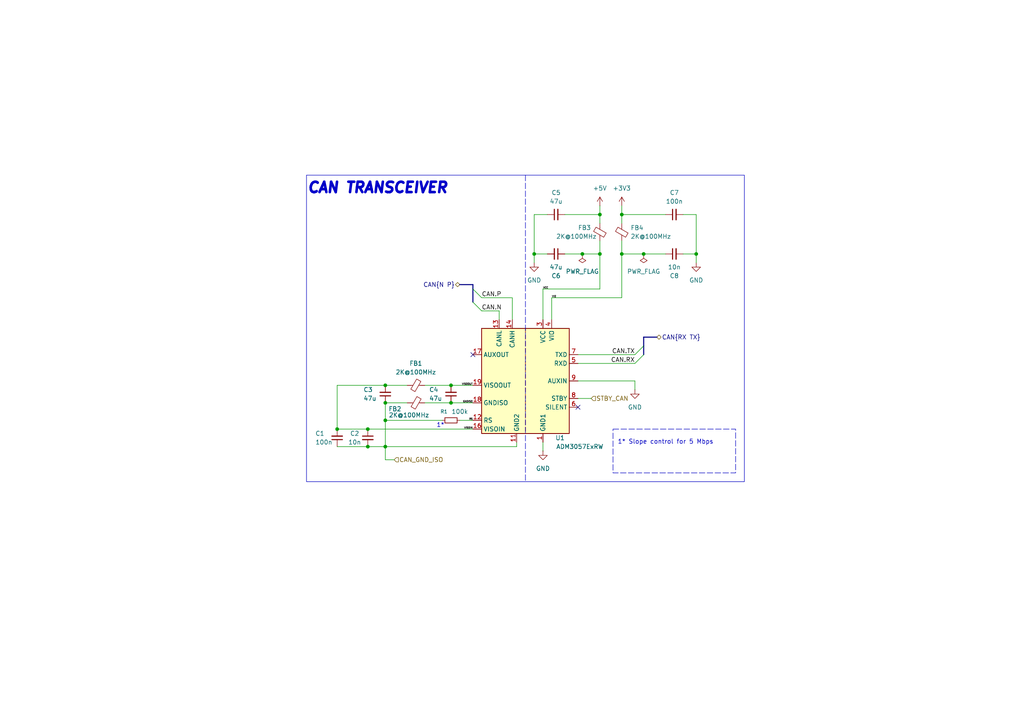
<source format=kicad_sch>
(kicad_sch (version 20250114) (generator "eeschema") (generator_version "9.0")
  (paper "A4")
  (title_block (title "PLC on STM - CAN & UART Shield") (date "2025-12-27") (company "Author: Grzegorz Potocki"))
  (lib_symbols
    (symbol "+5V_1" (power) (pin_numbers (hide yes)) (pin_names (offset 0) (hide yes))
      (property "Value" "+5V" (at 0 3.556 0))
      (symbol "+5V_1_0_1"
        (polyline (pts (xy -0.762 1.27) (xy 0 2.54)))
        (polyline (pts (xy 0 2.54) (xy 0.762 1.27)))
        (polyline (pts (xy 0 0) (xy 0 2.54)))
      )
      (symbol "+5V_1_1_1"
        (pin power_in line (at 0 0 90) (length 0) (name "~") (number "1"))
      )
    )
    (symbol "Device:C_Small" (pin_numbers (hide yes)) (pin_names (offset 0.254) (hide yes))
      (property "Reference" "C" (at 0.254 1.778 0))
      (property "Value" "C_Small" (at 0.254 -2.032 0))
      (symbol "C_Small_0_1"
        (polyline (pts (xy -1.524 0.508) (xy 1.524 0.508)) (stroke (width 0.3048)))
        (polyline (pts (xy -1.524 -0.508) (xy 1.524 -0.508)) (stroke (width 0.3302)))
      )
      (symbol "C_Small_1_1"
        (pin passive line (at 0 2.54 270) (length 2.032) (name "~") (number "1"))
        (pin passive line (at 0 -2.54 90) (length 2.032) (name "~") (number "2"))
      )
    )
    (symbol "Device:FerriteBead_Small" (pin_numbers (hide yes)) (pin_names (offset 0))
      (property "Reference" "FB" (at 1.905 1.27 0))
      (property "Value" "FerriteBead_Small" (at 1.905 -1.27 0))
      (symbol "FerriteBead_Small_0_1"
        (polyline (pts (xy -1.8288 0.2794) (xy -1.1176 1.4986) (xy 1.8288 -0.2032) (xy 1.1176 -1.4224) (xy -1.8288 0.2794)))
        (polyline (pts (xy 0 0.889) (xy 0 1.2954)))
        (polyline (pts (xy 0 -1.27) (xy 0 -0.7874)))
      )
      (symbol "FerriteBead_Small_1_1"
        (pin passive line (at 0 2.54 270) (length 1.27) (name "~") (number "1"))
        (pin passive line (at 0 -2.54 90) (length 1.27) (name "~") (number "2"))
      )
    )
    (symbol "GND_1" (power) (pin_numbers (hide yes)) (pin_names (offset 0) (hide yes))
      (property "Value" "GND" (at 0 -3.81 0))
      (symbol "GND_1_0_1"
        (polyline (pts (xy 0 0) (xy 0 -1.27) (xy 1.27 -1.27) (xy 0 -2.54) (xy -1.27 -1.27) (xy 0 -1.27)))
      )
      (symbol "GND_1_1_1"
        (pin power_in line (at 0 0 270) (length 0) (name "~") (number "1"))
      )
    )
    (symbol "Interface_CAN_LIN:ADM3057ExRW"
      (property "Reference" "U7" (at 4.6833 -17.78 0))
      (property "Value" "ADM3057ExRW" (at 4.6833 -20.32 0))
      (symbol "ADM3057ExRW_0_1"
        (rectangle (start -12.7 15.24) (end 12.7 -15.24) (stroke (width 0.254)) (fill (type background)))
        (polyline (pts (xy 0 15.24) (xy 0 13.97)))
        (polyline (pts (xy 0 13.335) (xy 0 12.065)))
        (polyline (pts (xy 0 11.43) (xy 0 10.16)))
        (polyline (pts (xy 0 9.525) (xy 0 8.255)))
        (polyline (pts (xy 0 7.62) (xy 0 6.35)))
        (polyline (pts (xy 0 5.715) (xy 0 4.445)))
        (polyline (pts (xy 0 3.81) (xy 0 2.54)))
        (polyline (pts (xy 0 1.905) (xy 0 0.635)))
        (polyline (pts (xy 0 0) (xy 0 -1.27)))
        (polyline (pts (xy 0 -1.905) (xy 0 -3.175)))
        (polyline (pts (xy 0 -3.81) (xy 0 -5.08)))
        (polyline (pts (xy 0 -5.715) (xy 0 -6.985)))
        (polyline (pts (xy 0 -7.62) (xy 0 -8.89)))
        (polyline (pts (xy 0 -9.525) (xy 0 -10.795)))
        (polyline (pts (xy 0 -11.43) (xy 0 -12.7)))
        (polyline (pts (xy 0 -13.335) (xy 0 -14.605)))
      )
      (symbol "ADM3057ExRW_1_1"
        (pin input line (at -15.24 7.62 0) (length 2.54) (name "TXD") (number "7"))
        (pin output line (at -15.24 5.08 0) (length 2.54) (name "RXD") (number "5"))
        (pin input line (at -15.24 0 0) (length 2.54) (name "AUXIN") (number "9"))
        (pin input line (at -15.24 -5.08 0) (length 2.54) (name "STBY") (number "8"))
        (pin input line (at -15.24 -7.62 0) (length 2.54) (name "SILENT") (number "6"))
        (pin power_in line (at -7.62 17.78 270) (length 2.54) (name "VIO") (number "4"))
        (pin power_in line (at -5.08 17.78 270) (length 2.54) (name "VCC") (number "3"))
        (pin power_in line (at -5.08 -17.78 90) (length 2.54) (name "GND1") (number "1"))
        (pin passive line (at -5.08 -17.78 90) (length 2.54) (hide yes) (name "GND1") (number "10"))
        (pin passive line (at -5.08 -17.78 90) (length 2.54) (hide yes) (name "GND1") (number "2"))
        (pin passive line (at 2.54 -17.78 90) (length 2.54) (name "GND2") (number "11"))
        (pin passive line (at 2.54 -17.78 90) (length 2.54) (hide yes) (name "GND2") (number "15"))
        (pin bidirectional line (at 3.81 17.78 270) (length 2.54) (name "CANH") (number "14"))
        (pin bidirectional line (at 7.62 17.78 270) (length 2.54) (name "CANL") (number "13"))
        (pin output line (at 15.24 7.62 180) (length 2.54) (name "AUXOUT") (number "17"))
        (pin passive line (at 15.24 -1.27 180) (length 2.54) (name "VISOOUT") (number "19"))
        (pin passive line (at 15.24 -6.35 180) (length 2.54) (name "GNDISO") (number "18"))
        (pin passive line (at 15.24 -6.35 180) (length 2.54) (hide yes) (name "GNDISO") (number "20"))
        (pin input line (at 15.24 -11.43 180) (length 2.54) (name "RS") (number "12"))
        (pin passive line (at 15.24 -13.97 180) (length 2.54) (name "VISOIN") (number "16"))
      )
    )
    (symbol "PWR_FLAG_1" (power) (pin_numbers (hide yes)) (pin_names (offset 0) (hide yes))
      (property "Value" "PWR_FLAG" (at 0 3.81 0))
      (symbol "PWR_FLAG_1_0_0"
        (pin power_out line (at 0 0 90) (length 0) (name "~") (number "1"))
      )
      (symbol "PWR_FLAG_1_0_1"
        (polyline (pts (xy 0 0) (xy 0 1.27) (xy -1.016 1.905) (xy 0 2.54) (xy 1.016 1.905) (xy 0 1.27)))
      )
    )
    (symbol "R_Small_1" (pin_numbers (hide yes)) (pin_names (offset 0.254) (hide yes))
      (property "Reference" "R" (at 0 0 90))
      (property "Value" "R_Small" (at 1.778 0 90))
      (symbol "R_Small_1_0_1"
        (rectangle (start -0.762 1.778) (end 0.762 -1.778) (stroke (width 0.2032)))
      )
      (symbol "R_Small_1_1_1"
        (pin passive line (at 0 2.54 270) (length 0.762) (name "~") (number "1"))
        (pin passive line (at 0 -2.54 90) (length 0.762) (name "~") (number "2"))
      )
    )
    (symbol "power:+3V3" (power) (pin_numbers (hide yes)) (pin_names (offset 0) (hide yes))
      (property "Value" "+3V3" (at 0 3.556 0))
      (symbol "+3V3_0_1"
        (polyline (pts (xy -0.762 1.27) (xy 0 2.54)))
        (polyline (pts (xy 0 2.54) (xy 0.762 1.27)))
        (polyline (pts (xy 0 0) (xy 0 2.54)))
      )
      (symbol "+3V3_1_1"
        (pin power_in line (at 0 0 90) (length 0) (name "~") (number "1"))
      )
    )
  )
  (rectangle (start 88.9 50.8) (end 215.9 139.7))
  (rectangle (start 177.8 124.46) (end 213.36 137.16) (stroke (width 0) (type dash)))
  (text "CAN TRANSCEIVER" (at 88.9 54.61 0) (effects (font (size 3 3) (thickness 2) (bold yes) (italic yes)) (justify left)))
  (text "1* Slope control for 5 Mbps" (at 193.04 128.27 0) (effects (font (size 1.27 1.27))))
  (text "1*" (at 127.762 123.444 0) (effects (font (size 1.27 1.27))))
  (junction (at 97.79 124.46))
  (junction (at 111.76 111.76))
  (junction (at 180.34 62.23))
  (junction (at 168.91 73.66))
  (junction (at 106.68 124.46))
  (junction (at 201.93 73.66))
  (junction (at 130.81 116.84))
  (junction (at 186.69 73.66))
  (junction (at 173.99 73.66))
  (junction (at 111.76 116.84))
  (junction (at 111.76 121.92))
  (junction (at 130.81 111.76))
  (junction (at 106.68 129.54))
  (junction (at 154.94 73.66))
  (junction (at 173.99 62.23))
  (junction (at 111.76 129.54))
  (junction (at 180.34 73.66))
  (no_connect (at 167.64 118.11))
  (no_connect (at 137.16 102.87))
  (bus_entry (at 186.69 102.87) (size -2.54 2.54))
  (bus_entry (at 139.7 86.36) (size -2.54 -2.54))
  (bus_entry (at 186.69 100.33) (size -2.54 2.54))
  (bus_entry (at 139.7 90.17) (size -2.54 -2.54))
  (wire (pts (xy 184.15 113.03) (xy 184.15 110.49)))
  (wire (pts (xy 157.48 83.82) (xy 173.99 83.82)))
  (wire (pts (xy 149.86 129.54) (xy 149.86 128.27)))
  (wire (pts (xy 123.19 116.84) (xy 130.81 116.84)))
  (wire (pts (xy 97.79 111.76) (xy 111.76 111.76)))
  (wire (pts (xy 139.7 90.17) (xy 144.78 90.17)))
  (wire (pts (xy 173.99 69.85) (xy 173.99 73.66)))
  (wire (pts (xy 180.34 62.23) (xy 193.04 62.23)))
  (wire (pts (xy 111.76 121.92) (xy 111.76 129.54)))
  (wire (pts (xy 163.83 73.66) (xy 168.91 73.66)))
  (wire (pts (xy 148.59 86.36) (xy 148.59 92.71)))
  (wire (pts (xy 144.78 92.71) (xy 144.78 90.17)))
  (wire (pts (xy 167.64 115.57) (xy 171.45 115.57)))
  (wire (pts (xy 173.99 83.82) (xy 173.99 73.66)))
  (wire (pts (xy 180.34 62.23) (xy 180.34 64.77)))
  (wire (pts (xy 180.34 59.69) (xy 180.34 62.23)))
  (wire (pts (xy 123.19 111.76) (xy 130.81 111.76)))
  (wire (pts (xy 139.7 86.36) (xy 148.59 86.36)))
  (wire (pts (xy 111.76 116.84) (xy 111.76 121.92)))
  (bus (pts (xy 137.16 83.82) (xy 137.16 82.55)))
  (wire (pts (xy 111.76 116.84) (xy 118.11 116.84)))
  (wire (pts (xy 97.79 129.54) (xy 106.68 129.54)))
  (bus (pts (xy 186.69 100.33) (xy 186.69 97.79)))
  (wire (pts (xy 198.12 62.23) (xy 201.93 62.23)))
  (wire (pts (xy 163.83 62.23) (xy 173.99 62.23)))
  (wire (pts (xy 157.48 128.27) (xy 157.48 130.81)))
  (wire (pts (xy 111.76 133.35) (xy 114.3 133.35)))
  (wire (pts (xy 111.76 111.76) (xy 118.11 111.76)))
  (wire (pts (xy 111.76 129.54) (xy 149.86 129.54)))
  (bus (pts (xy 186.69 102.87) (xy 186.69 100.33)))
  (wire (pts (xy 97.79 124.46) (xy 97.79 111.76)))
  (wire (pts (xy 186.69 73.66) (xy 193.04 73.66)))
  (wire (pts (xy 130.81 111.76) (xy 137.16 111.76)))
  (wire (pts (xy 167.64 105.41) (xy 184.15 105.41)))
  (bus (pts (xy 137.16 83.82) (xy 137.16 87.63)))
  (wire (pts (xy 130.81 116.84) (xy 137.16 116.84)))
  (wire (pts (xy 180.34 86.36) (xy 180.34 73.66)))
  (wire (pts (xy 154.94 73.66) (xy 158.75 73.66)))
  (wire (pts (xy 106.68 129.54) (xy 111.76 129.54)))
  (wire (pts (xy 160.02 86.36) (xy 180.34 86.36)))
  (wire (pts (xy 180.34 73.66) (xy 186.69 73.66)))
  (wire (pts (xy 180.34 69.85) (xy 180.34 73.66)))
  (wire (pts (xy 158.75 62.23) (xy 154.94 62.23)))
  (wire (pts (xy 133.35 121.92) (xy 137.16 121.92)))
  (wire (pts (xy 160.02 92.71) (xy 160.02 86.36)))
  (wire (pts (xy 201.93 62.23) (xy 201.93 73.66)))
  (wire (pts (xy 167.64 102.87) (xy 184.15 102.87)))
  (wire (pts (xy 111.76 121.92) (xy 128.27 121.92)))
  (polyline (pts (xy 152.4 50.8) (xy 152.4 139.7)) (stroke (width 0) (type dash)))
  (wire (pts (xy 97.79 124.46) (xy 106.68 124.46)))
  (wire (pts (xy 106.68 124.46) (xy 137.16 124.46)))
  (wire (pts (xy 173.99 59.69) (xy 173.99 62.23)))
  (wire (pts (xy 173.99 64.77) (xy 173.99 62.23)))
  (wire (pts (xy 154.94 62.23) (xy 154.94 73.66)))
  (wire (pts (xy 184.15 110.49) (xy 167.64 110.49)))
  (bus (pts (xy 186.69 97.79) (xy 190.5 97.79)))
  (wire (pts (xy 198.12 73.66) (xy 201.93 73.66)))
  (wire (pts (xy 154.94 73.66) (xy 154.94 76.2)))
  (wire (pts (xy 168.91 73.66) (xy 173.99 73.66)))
  (bus (pts (xy 137.16 82.55) (xy 133.35 82.55)))
  (wire (pts (xy 201.93 73.66) (xy 201.93 76.2)))
  (wire (pts (xy 157.48 92.71) (xy 157.48 83.82)))
  (wire (pts (xy 111.76 129.54) (xy 111.76 133.35)))
  (label "CAN.TX" (at 184.15 102.87 180))
  (label "VISOOUT" (at 137.16 111.76 180) (effects (font (size 0.5 0.5))))
  (label "CAN.RX" (at 184.15 105.41 180))
  (label "VIO" (at 160.02 86.36 0) (effects (font (size 0.5 0.5))))
  (label "RS" (at 137.16 121.92 180) (effects (font (size 0.5 0.5))))
  (label "CAN.N" (at 139.7 90.17 0) (property "Netclass" "CAN" (effects (hide yes))))
  (label "VISOIN" (at 137.16 124.46 180) (effects (font (size 0.5 0.5))))
  (label "GNDISO" (at 137.16 116.84 180) (effects (font (size 0.5 0.5))))
  (label "VCC" (at 157.48 83.82 0) (effects (font (size 0.5 0.5))))
  (label "CAN.P" (at 139.7 86.36 0) (property "Netclass" "CAN" (effects (hide yes))))
  (hierarchical_label "CAN{N P}" (shape bidirectional) (at 133.35 82.55 180))
  (hierarchical_label "CAN{RX TX}" (shape bidirectional) (at 190.5 97.79 0))
  (hierarchical_label "STBY_CAN" (shape input) (at 171.45 115.57 0))
  (hierarchical_label "CAN_GND_ISO" (shape input) (at 114.3 133.35 0))
  (symbol (lib_name "PWR_FLAG_1") (lib_id "power:PWR_FLAG") (at 168.91 73.66 180) (unit 1)
    (property "Reference" "#FLG01" (effects (hide yes)))
    (property "Value" "PWR_FLAG" (at 168.91 78.74 0))
    (property "Description" "Special symbol for telling ERC where power comes from" (effects (hide yes)))
  )
  (symbol (lib_name "R_Small_1") (lib_id "Device:R_Small") (at 130.81 121.92 90) (unit 1)
    (property "Reference" "R1" (at 128.778 119.38 90) (effects (font (size 1.016 1.016))))
    (property "Value" "100k" (at 133.35 119.38 90))
    (property "Footprint" "Resistor_SMD:R_0603_1608Metric_Pad0.98x0.95mm_HandSolder" (effects (hide yes)))
    (property "Datasheet" "https://www.koaspeer.com/pdfs/RK73B.pdf" (effects (hide yes)))
    (property "Description" "Resistor, small symbol" (effects (hide yes)))
    (property "Mouser Part Number" "603-RT0603DRE07100KL" (effects (hide yes)))
    (property "Mouser Price/Stock" "https://www.mouser.pl/ProductDetail/KOA-Speer/RK73B1JTTD104J?qs=sGAEpiMZZMvdGkrng054t2HaaJFon%252B0pQ1vDU7rpyKc%3D" (effects (hide yes)))
  )
  (symbol (lib_id "Device:FerriteBead_Small") (at 180.34 67.31 180) (unit 1)
    (property "Reference" "FB4" (at 182.88 66.078 0) (effects (justify right)))
    (property "Value" "2K@100MHz" (at 182.88 68.58 0) (effects (justify right)))
    (property "Footprint" "Inductor_SMD:L_0805_2012Metric_Pad1.05x1.20mm_HandSolder" (effects (hide yes)))
    (property "Description" "Ferrite bead, small symbol" (effects (hide yes)))
    (property "Mouser Price/Stock" "https://www.mouser.pl/ProductDetail/Fair-Rite/2508052027Y1?qs=paL1wOLBYNcCgyNDp2sTMQ%3D%3D" (effects (hide yes)))
    (property "Mouser Part Number" "623-2508052027Y1" (effects (hide yes)))
  )
  (symbol (lib_name "GND_1") (lib_id "power:GND") (at 184.15 113.03 0) (unit 1)
    (property "Reference" "#PWR08" (effects (hide yes)))
    (property "Value" "GND" (at 184.15 118.11 0))
    (property "Description" "Power symbol creates a global label with name \"GND\" , ground" (effects (hide yes)))
  )
  (symbol (lib_id "Device:C_Small") (at 130.81 114.3 180) (unit 1)
    (property "Reference" "C4" (at 124.46 113.03 0) (effects (justify right)))
    (property "Value" "47u" (at 124.46 115.57 0) (effects (justify right)))
    (property "Footprint" "Capacitor_SMD:C_0805_2012Metric_Pad1.18x1.45mm_HandSolder" (effects (hide yes)))
    (property "Datasheet" "https://www.mouser.pl/datasheet/3/76/1/GRM21BR60J476ME01_01A.pdf" (effects (hide yes)))
    (property "Description" "Unpolarized capacitor, small symbol" (effects (hide yes)))
    (property "Mouser Part Number" "81-GRM21BR60J476M01L" (effects (hide yes)))
    (property "Mouser Price/Stock" "https://www.mouser.pl/ProductDetail/Murata-Electronics/GRM21BR60J476ME01L?qs=u16ybLDytRYYQtTToF3RWA%3D%3D" (effects (hide yes)))
  )
  (symbol (lib_name "GND_1") (lib_id "power:GND") (at 201.93 76.2 0) (unit 1)
    (property "Reference" "#PWR09" (effects (hide yes)))
    (property "Value" "GND" (at 201.93 81.28 0))
    (property "Description" "Power symbol creates a global label with name \"GND\" , ground" (effects (hide yes)))
  )
  (symbol (lib_id "Device:C_Small") (at 195.58 73.66 90) (mirror x) (unit 1)
    (property "Reference" "C8" (at 195.5863 80.01 90))
    (property "Value" "10n" (at 195.5863 77.47 90))
    (property "Footprint" "Capacitor_SMD:C_0603_1608Metric_Pad1.08x0.95mm_HandSolder" (effects (hide yes)))
    (property "Datasheet" "https://search.murata.co.jp/Ceramy/image/img/A01X/G101/ENG/GRM1857U1A103JA44-01A.pdf" (effects (hide yes)))
    (property "Description" "Unpolarized capacitor, small symbol" (effects (hide yes)))
    (property "Mouser Price/Stock" "https://www.mouser.pl/ProductDetail/Murata-Electronics/GRM1857U1A103JA44J?qs=d0WKAl%252BL4KZZUNRgUMYSnw%3D%3D" (effects (hide yes)))
    (property "Mouser Part Number" "81-GRM1857U1A103JA4J" (effects (hide yes)))
  )
  (symbol (lib_id "Device:C_Small") (at 111.76 114.3 180) (unit 1)
    (property "Reference" "C3" (at 105.41 113.03 0) (effects (justify right)))
    (property "Value" "47u" (at 105.41 115.57 0) (effects (justify right)))
    (property "Footprint" "Capacitor_SMD:C_0805_2012Metric_Pad1.18x1.45mm_HandSolder" (effects (hide yes)))
    (property "Datasheet" "https://www.mouser.pl/datasheet/3/76/1/GRM21BR60J476ME01_01A.pdf" (effects (hide yes)))
    (property "Description" "Unpolarized capacitor, small symbol" (effects (hide yes)))
    (property "Mouser Part Number" "81-GRM21BR60J476M01L" (effects (hide yes)))
    (property "Mouser Price/Stock" "https://www.mouser.pl/ProductDetail/Murata-Electronics/GRM21BR60J476ME01L?qs=u16ybLDytRYYQtTToF3RWA%3D%3D" (effects (hide yes)))
  )
  (symbol (lib_id "Device:FerriteBead_Small") (at 120.65 116.84 270) (unit 1)
    (property "Reference" "FB2" (at 114.554 118.618 90))
    (property "Value" "2K@100MHz" (at 118.618 120.396 90))
    (property "Footprint" "Inductor_SMD:L_0805_2012Metric_Pad1.05x1.20mm_HandSolder" (effects (hide yes)))
    (property "Description" "Ferrite bead, small symbol" (effects (hide yes)))
    (property "Mouser Price/Stock" "https://www.mouser.pl/ProductDetail/Fair-Rite/2508052027Y1?qs=paL1wOLBYNcCgyNDp2sTMQ%3D%3D" (effects (hide yes)))
    (property "Mouser Part Number" "623-2508052027Y1" (effects (hide yes)))
  )
  (symbol (lib_name "GND_1") (lib_id "power:GND") (at 157.48 130.81 0) (unit 1)
    (property "Reference" "#PWR05" (effects (hide yes)))
    (property "Value" "GND" (at 157.48 135.89 0))
    (property "Description" "Power symbol creates a global label with name \"GND\" , ground" (effects (hide yes)))
  )
  (symbol (lib_id "Device:FerriteBead_Small") (at 120.65 111.76 90) (unit 1)
    (property "Reference" "FB1" (at 120.6119 105.41 90))
    (property "Value" "2K@100MHz" (at 120.6119 107.95 90))
    (property "Footprint" "Inductor_SMD:L_0805_2012Metric_Pad1.05x1.20mm_HandSolder" (effects (hide yes)))
    (property "Description" "Ferrite bead, small symbol" (effects (hide yes)))
    (property "Mouser Price/Stock" "https://www.mouser.pl/ProductDetail/Fair-Rite/2508052027Y1?qs=paL1wOLBYNcCgyNDp2sTMQ%3D%3D" (effects (hide yes)))
    (property "Mouser Part Number" "623-2508052027Y1" (effects (hide yes)))
  )
  (symbol (lib_id "Device:C_Small") (at 161.29 73.66 270) (unit 1)
    (property "Reference" "C6" (at 161.2837 80.01 90))
    (property "Value" "47u" (at 161.2837 77.47 90))
    (property "Footprint" "Capacitor_SMD:C_0805_2012Metric_Pad1.18x1.45mm_HandSolder" (effects (hide yes)))
    (property "Datasheet" "https://www.mouser.pl/datasheet/3/76/1/GRM21BR60J476ME01_01A.pdf" (effects (hide yes)))
    (property "Description" "Unpolarized capacitor, small symbol" (effects (hide yes)))
    (property "Mouser Part Number" "81-GRM21BR60J476M01L" (effects (hide yes)))
    (property "Mouser Price/Stock" "https://www.mouser.pl/ProductDetail/Murata-Electronics/GRM21BR60J476ME01L?qs=u16ybLDytRYYQtTToF3RWA%3D%3D" (effects (hide yes)))
  )
  (symbol (lib_id "Device:C_Small") (at 97.79 127 180) (unit 1)
    (property "Reference" "C1" (at 91.44 125.73 0) (effects (justify right)))
    (property "Value" "100n" (at 91.44 128.27 0) (effects (justify right)))
    (property "Footprint" "Capacitor_SMD:C_0603_1608Metric_Pad1.08x0.95mm_HandSolder" (effects (hide yes)))
    (property "Datasheet" "https://search.murata.co.jp/Ceramy/image/img/A01X/G101/ENG/GRM033R6YA104ME14-01A.pdf" (effects (hide yes)))
    (property "Description" "Unpolarized capacitor, small symbol" (effects (hide yes)))
    (property "Mouser Price/Stock" "https://www.mouser.pl/ProductDetail/Murata-Electronics/GRM033R6YA104ME14D?qs=P%2FC4Eoq9CDwjSVlAMBrT%252Bw%3D%3D" (effects (hide yes)))
    (property "Mouser Part Number" "GRM033R6YA104ME14D" (effects (hide yes)))
  )
  (symbol (lib_id "power:+3V3") (at 180.34 59.69 0) (unit 1)
    (property "Reference" "#PWR07" (effects (hide yes)))
    (property "Value" "+3V3" (at 180.34 54.61 0))
    (property "Description" "Power symbol creates a global label with name \"+3V3\"" (effects (hide yes)))
  )
  (symbol (lib_name "GND_1") (lib_id "power:GND") (at 154.94 76.2 0) (unit 1)
    (property "Reference" "#PWR04" (effects (hide yes)))
    (property "Value" "GND" (at 154.94 81.28 0))
    (property "Description" "Power symbol creates a global label with name \"GND\" , ground" (effects (hide yes)))
  )
  (symbol (lib_id "Device:C_Small") (at 195.58 62.23 90) (unit 1)
    (property "Reference" "C7" (at 195.5863 55.88 90))
    (property "Value" "100n" (at 195.5863 58.42 90))
    (property "Footprint" "Capacitor_SMD:C_0603_1608Metric_Pad1.08x0.95mm_HandSolder" (effects (hide yes)))
    (property "Datasheet" "https://search.murata.co.jp/Ceramy/image/img/A01X/G101/ENG/GRM033R6YA104ME14-01A.pdf" (effects (hide yes)))
    (property "Description" "Unpolarized capacitor, small symbol" (effects (hide yes)))
    (property "Mouser Price/Stock" "https://www.mouser.pl/ProductDetail/Murata-Electronics/GRM033R6YA104ME14D?qs=P%2FC4Eoq9CDwjSVlAMBrT%252Bw%3D%3D" (effects (hide yes)))
    (property "Mouser Part Number" "GRM033R6YA104ME14D" (effects (hide yes)))
  )
  (symbol (lib_name "+5V_1") (lib_id "power:+5V") (at 173.99 59.69 0) (unit 1)
    (property "Reference" "#PWR06" (effects (hide yes)))
    (property "Value" "+5V" (at 173.99 54.61 0))
    (property "Description" "Power symbol creates a global label with name \"+5V\"" (effects (hide yes)))
  )
  (symbol (lib_id "Device:FerriteBead_Small") (at 173.99 67.31 180) (unit 1)
    (property "Reference" "FB3" (at 167.64 66.04 0) (effects (justify right)))
    (property "Value" "2K@100MHz" (at 161.29 68.58 0) (effects (justify right)))
    (property "Footprint" "Inductor_SMD:L_0805_2012Metric_Pad1.05x1.20mm_HandSolder" (effects (hide yes)))
    (property "Description" "Ferrite bead, small symbol" (effects (hide yes)))
    (property "Mouser Price/Stock" "https://www.mouser.pl/ProductDetail/Fair-Rite/2508052027Y1?qs=paL1wOLBYNcCgyNDp2sTMQ%3D%3D" (effects (hide yes)))
    (property "Mouser Part Number" "623-2508052027Y1" (effects (hide yes)))
  )
  (symbol (lib_id "Interface_CAN_LIN:ADM3057ExRW") (at 152.4 110.49 0) (mirror y) (unit 1)
    (property "Reference" "U1" (at 163.83 127 0) (effects (justify left)))
    (property "Value" "ADM3057ExRW" (at 161.29 129.54 0) (effects (justify right)))
    (property "Footprint" "Package_SO:SOIC-20W_7.5x12.8mm_P1.27mm" (effects (hide yes)))
    (property "Datasheet" "https://www.analog.com/media/en/technical-documentation/data-sheets/ADM3055E-3057E.pdf" (effects (hide yes)))
    (property "Description" "Isolated CAN FD Transceiver, integrated isolated DC-DC converter, 12Mbps, SOIC-20W" (effects (hide yes)))
    (property "Mouser Part Number" "584-ADM3057ETRWZ-EP" (effects (hide yes)))
    (property "Mouser Price/Stock" "https://www.mouser.pl/ProductDetail/Analog-Devices/ADM3057ETRWZ-EP?qs=l4Gc20tDgJLv1xN7W5O9oQ%3D%3D&srsltid=AfmBOooBAW4yk-ep4WQ9earbNGNaX5K5TlFc2WUCH1F66P2dqKhHqycS" (effects (hide yes)))
  )
  (symbol (lib_name "PWR_FLAG_1") (lib_id "power:PWR_FLAG") (at 186.69 73.66 180) (unit 1)
    (property "Reference" "#FLG02" (effects (hide yes)))
    (property "Value" "PWR_FLAG" (at 186.69 78.74 0))
    (property "Description" "Special symbol for telling ERC where power comes from" (effects (hide yes)))
  )
  (symbol (lib_id "Device:C_Small") (at 106.68 127 0) (mirror y) (unit 1)
    (property "Reference" "C2" (at 102.87 125.73 0))
    (property "Value" "10n" (at 102.87 128.27 0))
    (property "Footprint" "Capacitor_SMD:C_0603_1608Metric_Pad1.08x0.95mm_HandSolder" (effects (hide yes)))
    (property "Datasheet" "https://search.murata.co.jp/Ceramy/image/img/A01X/G101/ENG/GRM1857U1A103JA44-01A.pdf" (effects (hide yes)))
    (property "Description" "Unpolarized capacitor, small symbol" (effects (hide yes)))
    (property "Mouser Price/Stock" "https://www.mouser.pl/ProductDetail/Murata-Electronics/GRM1857U1A103JA44J?qs=d0WKAl%252BL4KZZUNRgUMYSnw%3D%3D" (effects (hide yes)))
    (property "Mouser Part Number" "81-GRM1857U1A103JA4J" (effects (hide yes)))
  )
  (symbol (lib_id "Device:C_Small") (at 161.29 62.23 90) (unit 1)
    (property "Reference" "C5" (at 161.2963 55.88 90))
    (property "Value" "47u" (at 161.2963 58.42 90))
    (property "Footprint" "Capacitor_SMD:C_0805_2012Metric_Pad1.18x1.45mm_HandSolder" (effects (hide yes)))
    (property "Datasheet" "https://www.mouser.pl/datasheet/3/76/1/GRM21BR60J476ME01_01A.pdf" (effects (hide yes)))
    (property "Description" "Unpolarized capacitor, small symbol" (effects (hide yes)))
    (property "Mouser Part Number" "81-GRM21BR60J476M01L" (effects (hide yes)))
    (property "Mouser Price/Stock" "https://www.mouser.pl/ProductDetail/Murata-Electronics/GRM21BR60J476ME01L?qs=u16ybLDytRYYQtTToF3RWA%3D%3D" (effects (hide yes)))
  )
)
</source>
